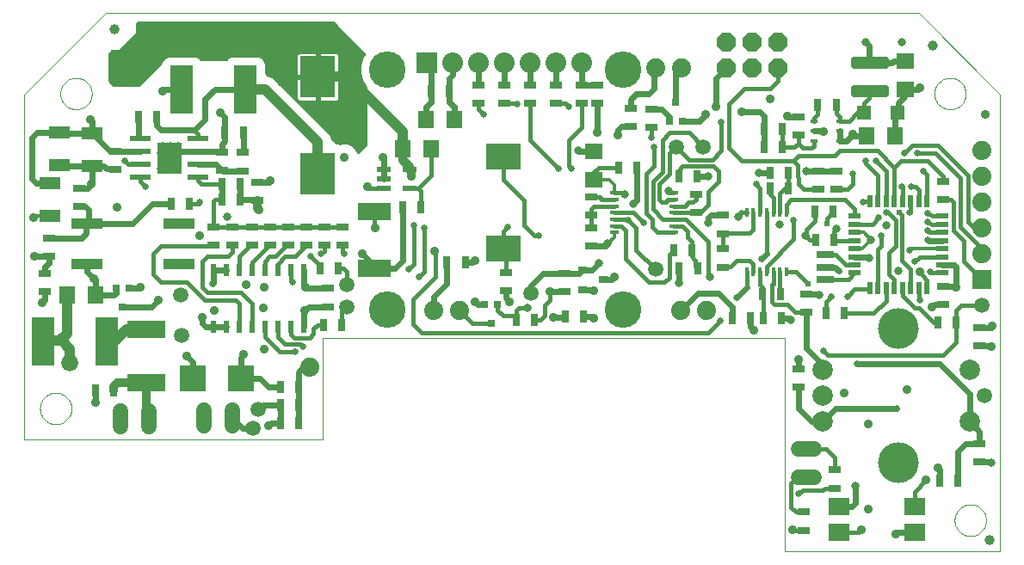
<source format=gtl>
G75*
G70*
%OFA0B0*%
%FSLAX24Y24*%
%IPPOS*%
%LPD*%
%AMOC8*
5,1,8,0,0,1.08239X$1,22.5*
%
%ADD10C,0.0000*%
%ADD11C,0.0787*%
%ADD12C,0.1575*%
%ADD13R,0.0520X0.0220*%
%ADD14R,0.0472X0.0315*%
%ADD15R,0.0315X0.0472*%
%ADD16R,0.1260X0.0709*%
%ADD17R,0.0800X0.0800*%
%ADD18C,0.0800*%
%ADD19C,0.1417*%
%ADD20R,0.0630X0.0709*%
%ADD21R,0.1220X0.0394*%
%ADD22R,0.0669X0.0276*%
%ADD23R,0.0500X0.0220*%
%ADD24R,0.0220X0.0500*%
%ADD25R,0.0236X0.0472*%
%ADD26R,0.0315X0.0177*%
%ADD27R,0.0846X0.0197*%
%ADD28R,0.0945X0.1220*%
%ADD29C,0.0246*%
%ADD30R,0.1378X0.1614*%
%ADD31R,0.0550X0.0550*%
%ADD32R,0.0709X0.0630*%
%ADD33R,0.0354X0.0315*%
%ADD34R,0.0787X0.0472*%
%ADD35R,0.0900X0.1890*%
%ADD36R,0.1000X0.1000*%
%ADD37R,0.0276X0.0276*%
%ADD38R,0.1457X0.0709*%
%ADD39C,0.0600*%
%ADD40C,0.0394*%
%ADD41C,0.0591*%
%ADD42C,0.0740*%
%ADD43R,0.0740X0.0740*%
%ADD44R,0.0354X0.0138*%
%ADD45R,0.0138X0.0354*%
%ADD46R,0.0787X0.0701*%
%ADD47OC8,0.0740*%
%ADD48R,0.1339X0.1024*%
%ADD49C,0.0240*%
%ADD50C,0.0360*%
%ADD51C,0.0120*%
%ADD52C,0.0320*%
%ADD53C,0.0250*%
%ADD54C,0.0160*%
%ADD55C,0.0240*%
%ADD56C,0.0660*%
%ADD57C,0.0400*%
%ADD58C,0.0200*%
%ADD59C,0.0320*%
%ADD60C,0.0100*%
D10*
X000180Y005173D02*
X011735Y005173D01*
X011735Y009110D01*
X029633Y009110D01*
X029633Y000843D01*
X037975Y000843D01*
X037975Y018559D01*
X034827Y021708D01*
X003329Y021708D01*
X000180Y018559D01*
X000180Y005173D01*
X000783Y006386D02*
X000785Y006435D01*
X000791Y006484D01*
X000801Y006532D01*
X000814Y006579D01*
X000832Y006625D01*
X000853Y006669D01*
X000877Y006712D01*
X000905Y006752D01*
X000936Y006791D01*
X000970Y006826D01*
X001007Y006859D01*
X001046Y006888D01*
X001088Y006914D01*
X001131Y006937D01*
X001177Y006956D01*
X001223Y006972D01*
X001271Y006984D01*
X001319Y006992D01*
X001368Y006996D01*
X001418Y006996D01*
X001467Y006992D01*
X001515Y006984D01*
X001563Y006972D01*
X001609Y006956D01*
X001655Y006937D01*
X001698Y006914D01*
X001740Y006888D01*
X001779Y006859D01*
X001816Y006826D01*
X001850Y006791D01*
X001881Y006752D01*
X001909Y006712D01*
X001933Y006669D01*
X001954Y006625D01*
X001972Y006579D01*
X001985Y006532D01*
X001995Y006484D01*
X002001Y006435D01*
X002003Y006386D01*
X002001Y006337D01*
X001995Y006288D01*
X001985Y006240D01*
X001972Y006193D01*
X001954Y006147D01*
X001933Y006103D01*
X001909Y006060D01*
X001881Y006020D01*
X001850Y005981D01*
X001816Y005946D01*
X001779Y005913D01*
X001740Y005884D01*
X001698Y005858D01*
X001655Y005835D01*
X001609Y005816D01*
X001563Y005800D01*
X001515Y005788D01*
X001467Y005780D01*
X001418Y005776D01*
X001368Y005776D01*
X001319Y005780D01*
X001271Y005788D01*
X001223Y005800D01*
X001177Y005816D01*
X001131Y005835D01*
X001088Y005858D01*
X001046Y005884D01*
X001007Y005913D01*
X000970Y005946D01*
X000936Y005981D01*
X000905Y006020D01*
X000877Y006060D01*
X000853Y006103D01*
X000832Y006147D01*
X000814Y006193D01*
X000801Y006240D01*
X000791Y006288D01*
X000785Y006337D01*
X000783Y006386D01*
X001570Y018591D02*
X001572Y018640D01*
X001578Y018689D01*
X001588Y018737D01*
X001601Y018784D01*
X001619Y018830D01*
X001640Y018874D01*
X001664Y018917D01*
X001692Y018957D01*
X001723Y018996D01*
X001757Y019031D01*
X001794Y019064D01*
X001833Y019093D01*
X001875Y019119D01*
X001918Y019142D01*
X001964Y019161D01*
X002010Y019177D01*
X002058Y019189D01*
X002106Y019197D01*
X002155Y019201D01*
X002205Y019201D01*
X002254Y019197D01*
X002302Y019189D01*
X002350Y019177D01*
X002396Y019161D01*
X002442Y019142D01*
X002485Y019119D01*
X002527Y019093D01*
X002566Y019064D01*
X002603Y019031D01*
X002637Y018996D01*
X002668Y018957D01*
X002696Y018917D01*
X002720Y018874D01*
X002741Y018830D01*
X002759Y018784D01*
X002772Y018737D01*
X002782Y018689D01*
X002788Y018640D01*
X002790Y018591D01*
X002788Y018542D01*
X002782Y018493D01*
X002772Y018445D01*
X002759Y018398D01*
X002741Y018352D01*
X002720Y018308D01*
X002696Y018265D01*
X002668Y018225D01*
X002637Y018186D01*
X002603Y018151D01*
X002566Y018118D01*
X002527Y018089D01*
X002485Y018063D01*
X002442Y018040D01*
X002396Y018021D01*
X002350Y018005D01*
X002302Y017993D01*
X002254Y017985D01*
X002205Y017981D01*
X002155Y017981D01*
X002106Y017985D01*
X002058Y017993D01*
X002010Y018005D01*
X001964Y018021D01*
X001918Y018040D01*
X001875Y018063D01*
X001833Y018089D01*
X001794Y018118D01*
X001757Y018151D01*
X001723Y018186D01*
X001692Y018225D01*
X001664Y018265D01*
X001640Y018308D01*
X001619Y018352D01*
X001601Y018398D01*
X001588Y018445D01*
X001578Y018493D01*
X001572Y018542D01*
X001570Y018591D01*
X035428Y018591D02*
X035430Y018640D01*
X035436Y018689D01*
X035446Y018737D01*
X035459Y018784D01*
X035477Y018830D01*
X035498Y018874D01*
X035522Y018917D01*
X035550Y018957D01*
X035581Y018996D01*
X035615Y019031D01*
X035652Y019064D01*
X035691Y019093D01*
X035733Y019119D01*
X035776Y019142D01*
X035822Y019161D01*
X035868Y019177D01*
X035916Y019189D01*
X035964Y019197D01*
X036013Y019201D01*
X036063Y019201D01*
X036112Y019197D01*
X036160Y019189D01*
X036208Y019177D01*
X036254Y019161D01*
X036300Y019142D01*
X036343Y019119D01*
X036385Y019093D01*
X036424Y019064D01*
X036461Y019031D01*
X036495Y018996D01*
X036526Y018957D01*
X036554Y018917D01*
X036578Y018874D01*
X036599Y018830D01*
X036617Y018784D01*
X036630Y018737D01*
X036640Y018689D01*
X036646Y018640D01*
X036648Y018591D01*
X036646Y018542D01*
X036640Y018493D01*
X036630Y018445D01*
X036617Y018398D01*
X036599Y018352D01*
X036578Y018308D01*
X036554Y018265D01*
X036526Y018225D01*
X036495Y018186D01*
X036461Y018151D01*
X036424Y018118D01*
X036385Y018089D01*
X036343Y018063D01*
X036300Y018040D01*
X036254Y018021D01*
X036208Y018005D01*
X036160Y017993D01*
X036112Y017985D01*
X036063Y017981D01*
X036013Y017981D01*
X035964Y017985D01*
X035916Y017993D01*
X035868Y018005D01*
X035822Y018021D01*
X035776Y018040D01*
X035733Y018063D01*
X035691Y018089D01*
X035652Y018118D01*
X035615Y018151D01*
X035581Y018186D01*
X035550Y018225D01*
X035522Y018265D01*
X035498Y018308D01*
X035477Y018352D01*
X035459Y018398D01*
X035446Y018445D01*
X035436Y018493D01*
X035430Y018542D01*
X035428Y018591D01*
X036216Y002055D02*
X036218Y002104D01*
X036224Y002153D01*
X036234Y002201D01*
X036247Y002248D01*
X036265Y002294D01*
X036286Y002338D01*
X036310Y002381D01*
X036338Y002421D01*
X036369Y002460D01*
X036403Y002495D01*
X036440Y002528D01*
X036479Y002557D01*
X036521Y002583D01*
X036564Y002606D01*
X036610Y002625D01*
X036656Y002641D01*
X036704Y002653D01*
X036752Y002661D01*
X036801Y002665D01*
X036851Y002665D01*
X036900Y002661D01*
X036948Y002653D01*
X036996Y002641D01*
X037042Y002625D01*
X037088Y002606D01*
X037131Y002583D01*
X037173Y002557D01*
X037212Y002528D01*
X037249Y002495D01*
X037283Y002460D01*
X037314Y002421D01*
X037342Y002381D01*
X037366Y002338D01*
X037387Y002294D01*
X037405Y002248D01*
X037418Y002201D01*
X037428Y002153D01*
X037434Y002104D01*
X037436Y002055D01*
X037434Y002006D01*
X037428Y001957D01*
X037418Y001909D01*
X037405Y001862D01*
X037387Y001816D01*
X037366Y001772D01*
X037342Y001729D01*
X037314Y001689D01*
X037283Y001650D01*
X037249Y001615D01*
X037212Y001582D01*
X037173Y001553D01*
X037131Y001527D01*
X037088Y001504D01*
X037042Y001485D01*
X036996Y001469D01*
X036948Y001457D01*
X036900Y001449D01*
X036851Y001445D01*
X036801Y001445D01*
X036752Y001449D01*
X036704Y001457D01*
X036656Y001469D01*
X036610Y001485D01*
X036564Y001504D01*
X036521Y001527D01*
X036479Y001553D01*
X036440Y001582D01*
X036403Y001615D01*
X036369Y001650D01*
X036338Y001689D01*
X036310Y001729D01*
X036286Y001772D01*
X036265Y001816D01*
X036247Y001862D01*
X036234Y001909D01*
X036224Y001957D01*
X036218Y002006D01*
X036216Y002055D01*
D11*
X036788Y005874D03*
X036788Y007874D03*
X031088Y007874D03*
X031088Y006874D03*
X031088Y005874D03*
D12*
X034038Y004274D03*
X034038Y009474D03*
D13*
X015110Y014923D03*
X015110Y015663D03*
X014110Y015663D03*
X014110Y015293D03*
X014110Y014923D03*
D14*
X012505Y013423D03*
X011805Y013423D03*
X011105Y013423D03*
X010405Y013423D03*
X009705Y013423D03*
X009005Y013423D03*
X008245Y013418D03*
X007515Y013418D03*
X007515Y012709D03*
X008245Y012709D03*
X009005Y012714D03*
X009705Y012714D03*
X010405Y012714D03*
X011105Y012714D03*
X011805Y012714D03*
X012505Y012714D03*
X011930Y011043D03*
X011930Y010334D03*
X018840Y010959D03*
X018840Y011668D03*
X021100Y011627D03*
X021100Y010919D03*
X022135Y012689D03*
X022135Y013398D03*
X022135Y013889D03*
X022135Y014598D03*
X026210Y014683D03*
X026210Y013974D03*
X027230Y013878D03*
X027230Y013169D03*
X027230Y012578D03*
X027230Y011869D03*
X030480Y010828D03*
X030480Y010119D03*
X030180Y007928D03*
X030180Y007219D03*
X031580Y004008D03*
X031580Y003299D03*
X030380Y002378D03*
X030380Y001669D03*
X037180Y004319D03*
X037180Y005028D03*
X037180Y008819D03*
X037180Y009528D03*
X035780Y010419D03*
X035780Y011128D03*
X035765Y014484D03*
X035765Y015193D03*
X031635Y014889D03*
X030935Y014889D03*
X030935Y015598D03*
X031635Y015598D03*
X030165Y016984D03*
X030165Y017693D03*
X024460Y017993D03*
X023665Y018018D03*
X023665Y017309D03*
X024460Y017284D03*
X022380Y018219D03*
X021780Y018219D03*
X021780Y018928D03*
X022380Y018928D03*
X020780Y018928D03*
X020780Y018219D03*
X019780Y018219D03*
X018780Y018219D03*
X018780Y018928D03*
X019780Y018928D03*
X017780Y018928D03*
X017780Y018219D03*
X009210Y015168D03*
X008635Y015599D03*
X007835Y015624D03*
X007835Y016333D03*
X008635Y016308D03*
X009210Y014459D03*
X003710Y015650D03*
X003710Y016358D03*
X002300Y014923D03*
X002300Y014214D03*
X001135Y012998D03*
X001135Y012289D03*
X000980Y011628D03*
X000980Y010919D03*
D15*
X005856Y014328D03*
X006564Y014328D03*
X007826Y014494D03*
X007836Y015103D03*
X008544Y015103D03*
X008535Y014494D03*
X008659Y017073D03*
X007951Y017073D03*
X005310Y017684D03*
X004602Y017684D03*
X014826Y014173D03*
X015534Y014173D03*
X016546Y012053D03*
X017254Y012053D03*
X021126Y009956D03*
X021835Y009956D03*
X019934Y009823D03*
X019226Y009823D03*
X025551Y011823D03*
X026259Y011823D03*
X026034Y012518D03*
X025326Y012518D03*
X028776Y010823D03*
X029484Y010823D03*
X029504Y009903D03*
X028796Y009903D03*
X028294Y009893D03*
X027586Y009893D03*
X031226Y010073D03*
X031934Y010073D03*
X035576Y009723D03*
X036284Y009723D03*
X031534Y012933D03*
X030826Y012933D03*
X030806Y014013D03*
X031514Y014013D03*
X029784Y014923D03*
X029076Y014923D03*
X029076Y015523D03*
X029784Y015523D03*
X029549Y016508D03*
X028841Y016508D03*
X028841Y017208D03*
X029549Y017208D03*
X030911Y018138D03*
X031619Y018138D03*
X026234Y015373D03*
X025526Y015373D03*
X023904Y015718D03*
X023196Y015718D03*
X016634Y018673D03*
X015926Y018673D03*
X012334Y011823D03*
X011626Y011823D03*
X011776Y009623D03*
X012484Y009623D03*
X010794Y007223D03*
X010086Y007223D03*
X010086Y006523D03*
X010794Y006523D03*
X010794Y005823D03*
X010086Y005823D03*
X003634Y007073D03*
X002926Y007073D03*
X035626Y003573D03*
X036334Y003573D03*
D16*
X013730Y011816D03*
X013730Y014021D03*
D17*
X015783Y019796D03*
D18*
X016783Y019796D03*
X017783Y019796D03*
X018783Y019796D03*
X019783Y019796D03*
X020783Y019796D03*
X021783Y019796D03*
D19*
X023374Y019536D03*
X014240Y019536D03*
X014240Y010206D03*
X023374Y010206D03*
D20*
X015936Y016458D03*
X014834Y016458D03*
X015729Y017573D03*
X016831Y017573D03*
X002931Y010773D03*
X001829Y010773D03*
X032814Y016938D03*
X033916Y016938D03*
D21*
X006152Y013561D03*
X006152Y011986D03*
X002608Y011986D03*
X002608Y013561D03*
D22*
X031185Y012341D03*
X031185Y011868D03*
X031185Y011396D03*
D23*
X032345Y011641D03*
X032345Y011956D03*
X032345Y012271D03*
X032345Y012586D03*
X032345Y012901D03*
X032345Y013216D03*
X032345Y013531D03*
X032345Y013846D03*
X035725Y013846D03*
X035725Y013531D03*
X035725Y013216D03*
X035725Y012901D03*
X035725Y012586D03*
X035725Y012271D03*
X035725Y011956D03*
X035725Y011641D03*
D24*
X035137Y011053D03*
X034822Y011053D03*
X034507Y011053D03*
X034192Y011053D03*
X033878Y011053D03*
X033563Y011053D03*
X033248Y011053D03*
X032933Y011053D03*
X032933Y014433D03*
X033248Y014433D03*
X033563Y014433D03*
X033878Y014433D03*
X034192Y014433D03*
X034507Y014433D03*
X034822Y014433D03*
X035137Y014433D03*
D25*
X011005Y011771D03*
X010505Y011771D03*
X010005Y011771D03*
X009505Y011771D03*
X009005Y011771D03*
X008505Y011771D03*
X008005Y011771D03*
X007505Y011771D03*
X007505Y009566D03*
X008005Y009566D03*
X008505Y009566D03*
X009005Y009566D03*
X009505Y009566D03*
X010005Y009566D03*
X010505Y009566D03*
X011005Y009566D03*
D26*
X030763Y016764D03*
X030763Y017138D03*
X030763Y017512D03*
X031767Y017512D03*
X031767Y017138D03*
X031767Y016764D03*
D27*
X006917Y016848D03*
X006917Y016348D03*
X006917Y015848D03*
X006917Y015348D03*
X004653Y015348D03*
X004653Y015848D03*
X004653Y016348D03*
X004653Y016848D03*
D28*
X005785Y016098D03*
D29*
X032290Y018830D02*
X033540Y018830D01*
X033540Y018584D01*
X032290Y018584D01*
X032290Y018830D01*
X032290Y018829D02*
X033540Y018829D01*
X033540Y019933D02*
X032290Y019933D01*
X033540Y019933D02*
X033540Y019687D01*
X032290Y019687D01*
X032290Y019933D01*
X032290Y019932D02*
X033540Y019932D01*
D30*
X011545Y019239D03*
X011545Y015498D03*
D31*
X032715Y017838D03*
X034015Y017838D03*
D32*
X034295Y018757D03*
X034295Y019860D03*
X022250Y016370D03*
X022250Y015267D03*
D33*
X021787Y011749D03*
X022613Y011375D03*
X021787Y011001D03*
D34*
X002795Y015804D03*
X001550Y015824D03*
X001160Y015108D03*
X001160Y013849D03*
X001550Y017083D03*
X002795Y017063D03*
D35*
X006280Y018748D03*
X008720Y018748D03*
X003355Y009003D03*
X000915Y009003D03*
D36*
X006705Y007558D03*
X008555Y007558D03*
D37*
X003980Y010309D03*
X003724Y011038D03*
X004236Y011038D03*
X018004Y010418D03*
X018516Y010418D03*
X018260Y009689D03*
X025154Y017509D03*
X025666Y017509D03*
X025410Y018238D03*
D38*
X004895Y009442D03*
X004895Y007375D03*
D39*
X004995Y006293D02*
X004995Y005693D01*
X003895Y005693D02*
X003895Y006293D01*
X007140Y006308D02*
X007140Y005708D01*
X008240Y005708D02*
X008240Y006308D01*
X030180Y004823D02*
X030780Y004823D01*
X030780Y003723D02*
X030180Y003723D01*
D40*
X037580Y001273D03*
X035365Y020463D03*
X003680Y021073D03*
D41*
X007720Y020973D03*
X012680Y011173D03*
X012680Y010323D03*
X006230Y010773D03*
X006280Y009223D03*
X009220Y006338D03*
X009030Y005623D03*
X019800Y010863D03*
X024630Y011773D03*
X025430Y016523D03*
X026480Y016523D03*
X037280Y010373D03*
X037380Y006873D03*
D42*
X037280Y012373D03*
X037280Y013373D03*
X037280Y014373D03*
X037280Y015373D03*
X037280Y016373D03*
X026600Y010173D03*
X025600Y010173D03*
X017040Y010173D03*
X016040Y010173D03*
X011230Y007973D03*
X024645Y019603D03*
X025645Y019603D03*
D43*
X037280Y011373D03*
D44*
X025332Y013206D03*
X025332Y013462D03*
X025332Y013718D03*
X025332Y013973D03*
X025332Y014229D03*
X025332Y014485D03*
X025332Y014741D03*
X023028Y014741D03*
X023028Y014485D03*
X023028Y014229D03*
X023028Y013973D03*
X023028Y013718D03*
X023028Y013462D03*
X023028Y013206D03*
D45*
X028162Y013975D03*
X028418Y013975D03*
X028674Y013975D03*
X028930Y013975D03*
X029186Y013975D03*
X029442Y013975D03*
X029698Y013975D03*
X029698Y011672D03*
X029442Y011672D03*
X029186Y011672D03*
X028930Y011672D03*
X028674Y011672D03*
X028418Y011672D03*
X028162Y011672D03*
D46*
X031723Y002573D03*
X031723Y001573D03*
X034656Y001573D03*
X034656Y002573D03*
D47*
X029380Y019573D03*
X028380Y019573D03*
X027380Y019573D03*
X027380Y020573D03*
X028380Y020573D03*
X029380Y020573D03*
D48*
X018740Y016145D03*
X018740Y012602D03*
D49*
X017620Y012133D02*
X017540Y012053D01*
X017254Y012053D01*
X016546Y012053D02*
X016546Y011219D01*
X016040Y010713D01*
X016040Y010173D01*
X017736Y010418D02*
X018004Y010418D01*
X018840Y010673D02*
X018980Y010533D01*
X018840Y010673D02*
X018840Y010959D01*
X019800Y010863D02*
X019800Y011143D01*
X020284Y011627D01*
X021100Y011627D01*
X021665Y011627D01*
X021787Y011749D01*
X022176Y011749D01*
X022440Y012013D01*
X023030Y011473D02*
X022932Y011375D01*
X022613Y011375D01*
X022252Y011001D02*
X022220Y010953D01*
X022252Y011001D02*
X021787Y011001D01*
X021100Y010919D02*
X020555Y010919D01*
X020550Y010913D01*
X020680Y009923D02*
X021093Y009923D01*
X021126Y009956D01*
X021835Y009956D02*
X022147Y009956D01*
X022230Y009873D01*
X025520Y011243D02*
X025551Y011274D01*
X025551Y011823D01*
X026280Y010853D02*
X025600Y010173D01*
X026280Y010853D02*
X027060Y010853D01*
X027586Y010328D01*
X027586Y009893D01*
X028294Y009893D02*
X028294Y009539D01*
X028420Y009413D01*
X029504Y009903D02*
X029790Y009903D01*
X029880Y009813D01*
X030480Y010119D02*
X030480Y008713D01*
X031080Y008113D01*
X031080Y007883D01*
X030180Y007928D02*
X030180Y008273D01*
X030180Y007219D02*
X030180Y006373D01*
X030680Y005873D01*
X031087Y005873D01*
X031088Y005874D02*
X031587Y006373D01*
X033980Y006373D01*
X036334Y004728D02*
X036634Y005028D01*
X037180Y005028D01*
X037180Y005483D01*
X036788Y005874D01*
X036788Y006965D01*
X035620Y008133D01*
X032420Y008133D01*
X035330Y010323D02*
X035426Y010419D01*
X035780Y010419D01*
X035780Y011128D02*
X036134Y011128D01*
X036280Y011073D01*
X036280Y011873D01*
X036197Y011956D01*
X035725Y011956D01*
X035725Y012901D02*
X035203Y012901D01*
X035180Y012923D01*
X032910Y012223D02*
X032832Y012271D01*
X032345Y012271D01*
X031730Y011723D02*
X031575Y011868D01*
X031185Y011868D01*
X030926Y010828D02*
X030480Y010828D01*
X030926Y010828D02*
X030980Y010773D01*
X028930Y012403D02*
X028720Y012193D01*
X028162Y011096D02*
X027760Y010693D01*
X022780Y012773D02*
X022696Y012689D01*
X022135Y012689D01*
X023780Y014323D02*
X023904Y014448D01*
X023904Y015718D01*
X022250Y016370D02*
X021634Y016370D01*
X022380Y017073D02*
X022380Y018219D01*
X022380Y018928D02*
X021780Y018928D01*
X021780Y019793D01*
X020780Y019793D02*
X020780Y018928D01*
X019780Y018928D02*
X019780Y019793D01*
X018780Y019793D02*
X018780Y018928D01*
X017780Y018928D02*
X017780Y019793D01*
X016783Y019796D02*
X016783Y019327D01*
X016630Y019173D01*
X016630Y018678D01*
X016634Y018673D02*
X016634Y018269D01*
X016830Y018073D01*
X016830Y017575D01*
X015729Y017573D02*
X015729Y018072D01*
X015926Y018269D01*
X015926Y018673D01*
X015926Y019654D01*
X015783Y019796D01*
X014110Y016093D02*
X014110Y015663D01*
X014110Y015293D01*
X014826Y014173D02*
X014826Y012119D01*
X014523Y011816D01*
X013730Y011816D01*
X013730Y011923D02*
X013280Y012373D01*
X011930Y011043D02*
X011111Y011043D01*
X011080Y011073D02*
X011005Y011148D01*
X011005Y011771D01*
X011191Y010334D02*
X011030Y010173D01*
X011005Y010148D01*
X011005Y009566D01*
X011191Y010334D02*
X011930Y010334D01*
X008680Y008473D02*
X008555Y008348D01*
X008555Y007558D01*
X009295Y007558D01*
X009630Y007223D01*
X010086Y007223D01*
X010794Y007223D02*
X010794Y007788D01*
X010980Y007973D01*
X011230Y007973D01*
X010794Y007223D02*
X010794Y006523D01*
X010794Y005823D01*
X010086Y005823D02*
X010086Y006523D01*
X009435Y006523D01*
X009220Y006338D01*
X009730Y005823D02*
X009630Y005723D01*
X009730Y005823D02*
X010086Y005823D01*
X009030Y005623D02*
X008625Y005623D01*
X008240Y006008D01*
X006705Y007558D02*
X006705Y008198D01*
X006480Y008423D01*
X007187Y009566D02*
X007080Y009673D01*
X007080Y009923D01*
X007187Y009566D02*
X007505Y009566D01*
X008005Y009566D01*
X005380Y010573D02*
X005116Y010309D01*
X003980Y010309D01*
X003630Y010773D02*
X002931Y010773D01*
X002931Y011372D01*
X002880Y011423D01*
X002608Y011695D01*
X002608Y011986D01*
X003724Y011038D02*
X003724Y010868D01*
X003630Y010773D01*
X004236Y011038D02*
X004644Y011038D01*
X004680Y011073D01*
X007480Y011223D02*
X007505Y011248D01*
X007505Y011771D01*
X008005Y011771D01*
X005135Y014328D02*
X004367Y013561D01*
X002608Y013561D01*
X002580Y013533D02*
X002580Y013173D01*
X002404Y012998D01*
X001135Y012998D01*
X001135Y012289D02*
X000596Y012289D01*
X001130Y012284D02*
X001130Y012023D01*
X000980Y011873D01*
X000980Y011628D01*
X000980Y010919D02*
X000980Y010573D01*
X000880Y010473D01*
X002680Y013633D02*
X002680Y014073D01*
X002539Y014214D01*
X002300Y014214D01*
X002300Y014923D02*
X002629Y014923D01*
X002780Y015073D01*
X002795Y015088D02*
X002795Y015804D01*
X003250Y015804D01*
X003380Y015673D01*
X003687Y015673D01*
X002795Y015804D02*
X001570Y015804D01*
X000645Y015108D02*
X000480Y015273D01*
X000480Y016873D01*
X000680Y017073D01*
X001540Y017073D01*
X001570Y017063D02*
X002795Y017063D01*
X003500Y016358D01*
X003710Y016358D01*
X003720Y016348D02*
X004653Y016348D01*
X004602Y016900D02*
X004602Y017684D01*
X005310Y017684D02*
X005310Y017343D01*
X005480Y017173D01*
X006780Y017173D01*
X007180Y017573D01*
X007180Y018373D01*
X007555Y018748D01*
X008720Y018748D01*
X007780Y017853D02*
X007951Y017683D01*
X007951Y017073D01*
X007951Y016744D01*
X007830Y016623D01*
X007830Y016338D01*
X007819Y016348D02*
X006917Y016348D01*
X006035Y016348D01*
X006917Y015848D02*
X007611Y015848D01*
X007835Y015624D01*
X007860Y015599D02*
X008635Y015599D01*
X009210Y015168D02*
X009654Y015168D01*
X009710Y015223D01*
X009175Y014494D02*
X008535Y014494D01*
X008544Y014504D02*
X008544Y015103D01*
X007836Y015103D02*
X007836Y014504D01*
X005856Y014328D02*
X005135Y014328D01*
X008635Y016308D02*
X008659Y016332D01*
X008659Y017073D01*
X006280Y018748D02*
X005625Y018748D01*
X005550Y018673D01*
X002795Y017508D02*
X002730Y017573D01*
X002795Y017508D02*
X002795Y017063D01*
X001160Y015108D02*
X000645Y015108D01*
X002926Y007073D02*
X002926Y006628D01*
X023180Y016973D02*
X023180Y017173D01*
X023316Y017309D01*
X023665Y017309D01*
X023665Y018018D02*
X023665Y018358D01*
X023880Y018573D01*
X024380Y018573D01*
X024580Y018773D01*
X024580Y019538D01*
X024645Y019603D01*
X025410Y019368D02*
X025645Y019603D01*
X025410Y019368D02*
X025410Y018238D01*
X025154Y017699D02*
X024861Y017993D01*
X024460Y017993D01*
X025154Y017699D02*
X025154Y017509D01*
X025666Y017509D02*
X026344Y017509D01*
X026580Y017773D01*
X026980Y018073D02*
X026980Y019173D01*
X027380Y019573D01*
X027980Y017873D02*
X028680Y017873D01*
X028841Y017713D01*
X028841Y017208D01*
X028841Y016508D01*
X030480Y015573D02*
X030504Y015598D01*
X030935Y015598D01*
X031635Y015598D01*
X031767Y016764D02*
X032021Y016764D01*
X032280Y017023D01*
X032346Y016957D01*
X032714Y016957D01*
X032814Y016938D01*
X031767Y016764D02*
X031767Y017138D01*
X031115Y017138D02*
X030763Y017138D01*
X030165Y017693D02*
X029761Y017693D01*
X029730Y017723D01*
X029076Y015523D02*
X028630Y015523D01*
X026680Y015373D02*
X026234Y015373D01*
X026784Y013878D02*
X026680Y013773D01*
X026680Y013603D01*
X026784Y013878D02*
X027230Y013878D01*
X033916Y016938D02*
X033916Y017740D01*
X034030Y017853D02*
X034030Y018223D01*
X034280Y018473D01*
X034280Y018742D01*
X034295Y018757D02*
X034814Y018757D01*
X034880Y018823D01*
X034295Y019860D02*
X033866Y019860D01*
X033780Y019773D01*
X032951Y019773D01*
X032915Y019810D02*
X032915Y020438D01*
X032780Y020573D01*
X037180Y009528D02*
X037634Y009528D01*
X037680Y009573D01*
X037584Y008819D02*
X037180Y008819D01*
X037584Y008819D02*
X037630Y008773D01*
X036334Y004728D02*
X036334Y003573D01*
X035626Y003573D02*
X035626Y004028D01*
X035580Y004073D01*
X037180Y004319D02*
X037584Y004319D01*
X037630Y004273D01*
X034656Y001573D02*
X033970Y001573D01*
X033920Y001523D01*
X032380Y002733D02*
X032220Y002573D01*
X031723Y002573D01*
X032380Y002733D02*
X032380Y003373D01*
D50*
X032880Y002493D03*
X032600Y001673D03*
X033920Y001523D03*
X035100Y003613D03*
X035580Y004073D03*
X032880Y005773D03*
X031930Y006973D03*
X030180Y008273D03*
X028420Y009413D03*
X023030Y011473D03*
X022220Y010953D03*
X022230Y009873D03*
X020680Y009923D03*
X020550Y010913D03*
X018980Y010533D03*
X017620Y010533D03*
X017620Y012133D03*
X016080Y012473D03*
X013780Y013373D03*
X013280Y012373D03*
X011080Y011073D03*
X011030Y010173D03*
X009430Y010273D03*
X009480Y011073D03*
X008780Y011173D03*
X007530Y010173D03*
X007080Y009923D03*
X005380Y010573D03*
X004680Y011073D03*
X002880Y011423D03*
X000880Y010473D03*
X000580Y012273D03*
X000530Y013773D03*
X002780Y015073D03*
X003780Y014193D03*
X006980Y013073D03*
X009280Y014073D03*
X009710Y015223D03*
X012580Y016123D03*
X014080Y016123D03*
X015180Y015373D03*
X013480Y014973D03*
X007780Y017853D03*
X005550Y018673D03*
X002730Y017573D03*
X009480Y008673D03*
X008680Y008473D03*
X006480Y008423D03*
X002930Y006623D03*
X009630Y005723D03*
X022380Y017073D03*
X023180Y016973D03*
X026580Y017773D03*
X026980Y018073D03*
X027980Y017873D03*
X029080Y018373D03*
X029730Y017723D03*
X031130Y017123D03*
X032280Y017023D03*
X034880Y018823D03*
X037410Y017773D03*
X034880Y011673D03*
X036280Y011073D03*
X035330Y010323D03*
X037680Y009573D03*
X037630Y008773D03*
X034380Y007123D03*
X029920Y001673D03*
D51*
X011111Y011043D02*
X011080Y011073D01*
X003710Y015650D02*
X003687Y015673D01*
X003720Y016348D02*
X003710Y016358D01*
X001570Y015804D02*
X001550Y015824D01*
X002780Y015073D02*
X002795Y015088D01*
X001160Y013849D02*
X000605Y013849D01*
X000530Y013773D01*
X000596Y012289D02*
X000580Y012273D01*
X001130Y012284D02*
X001135Y012289D01*
X005785Y016098D02*
X006035Y016348D01*
X007819Y016348D02*
X007835Y016333D01*
X007830Y016338D01*
X014080Y016123D02*
X014110Y016093D01*
X016830Y017575D02*
X016831Y017573D01*
X016634Y018673D02*
X016630Y018678D01*
X021630Y016373D02*
X021634Y016370D01*
X023180Y016873D02*
X023180Y016973D01*
X022820Y015253D02*
X022264Y015253D01*
X022250Y015267D01*
X022820Y015253D02*
X023028Y015045D01*
X023028Y014741D01*
X023028Y013206D02*
X023028Y013022D01*
X022780Y012773D01*
X022812Y012805D01*
X031115Y017138D02*
X031130Y017123D01*
X032779Y016973D02*
X032814Y016938D01*
X034015Y017838D02*
X034030Y017853D01*
X032951Y019773D02*
X032915Y019810D01*
X032688Y013216D02*
X032345Y013216D01*
X032688Y013216D02*
X032980Y012923D01*
X032643Y012586D01*
X032345Y012586D01*
X034480Y012523D02*
X034543Y012586D01*
X035725Y012586D01*
X002930Y006623D02*
X002926Y006628D01*
X001570Y017063D02*
X001550Y017083D01*
X001540Y017073D01*
D52*
X003940Y019213D03*
X004320Y019173D03*
X004760Y019373D03*
X005080Y019613D03*
X004240Y020333D03*
X003960Y020013D03*
X003960Y019633D03*
X004580Y020693D03*
X004820Y020913D03*
X005080Y021133D03*
X005420Y021133D03*
X005940Y021153D03*
X006400Y021173D03*
X006900Y021193D03*
X008380Y021153D03*
X008700Y021173D03*
X009080Y021193D03*
X009460Y021193D03*
X009820Y021193D03*
X010060Y020993D03*
X010300Y020773D03*
X010200Y020433D03*
X009900Y020273D03*
X010160Y019993D03*
X010460Y020113D03*
X010440Y019793D03*
X010140Y019653D03*
X010120Y019333D03*
X010420Y019473D03*
X010400Y019133D03*
X010120Y019033D03*
X010380Y018813D03*
X011180Y018033D03*
X011500Y018033D03*
X011820Y018033D03*
X012120Y018113D03*
X012380Y017933D03*
X012760Y018073D03*
X012460Y018233D03*
X012660Y018513D03*
X012960Y018373D03*
X012980Y018733D03*
X012680Y018853D03*
X012700Y019193D03*
X013020Y019073D03*
X013040Y019453D03*
X012720Y019513D03*
X012940Y019793D03*
X012620Y019893D03*
X012580Y020253D03*
X012300Y020453D03*
X012160Y020753D03*
X011960Y020473D03*
X011620Y020473D03*
X011280Y020473D03*
X010940Y020473D03*
X010600Y020473D03*
X010660Y020813D03*
X011020Y020813D03*
X011380Y020813D03*
X011780Y020793D03*
X011560Y021213D03*
X012140Y021153D03*
X012640Y020613D03*
X012980Y020213D03*
X010980Y021213D03*
X010440Y021173D03*
X009920Y020673D03*
X008030Y013823D03*
X019670Y010273D03*
X022440Y012013D03*
X022780Y012773D03*
X023780Y014323D03*
X023440Y014693D03*
X025130Y014823D03*
X026680Y015373D03*
X028630Y015523D03*
X030480Y015573D03*
X027830Y013823D03*
X026680Y013603D03*
X029430Y013513D03*
X030430Y013103D03*
X031640Y013353D03*
X032980Y012923D03*
X032910Y012223D03*
X034030Y011723D03*
X033580Y013473D03*
X030980Y010773D03*
X029880Y009813D03*
X026740Y011493D03*
X025520Y011243D03*
X021630Y016373D03*
X032780Y020573D03*
X034180Y020573D03*
X037630Y004273D03*
X032380Y003373D03*
D53*
X030180Y003073D03*
X033980Y006373D03*
X032420Y008133D03*
X031140Y008613D03*
X031420Y010713D03*
X032060Y010733D03*
X031730Y011723D03*
X033380Y013073D03*
X033280Y013773D03*
X033580Y013973D03*
X032660Y014373D03*
X034180Y014973D03*
X034530Y014973D03*
X035000Y015593D03*
X034780Y016273D03*
X034280Y016273D03*
X033180Y015973D03*
X032780Y015973D03*
X032260Y015473D03*
X034480Y013973D03*
X035180Y013953D03*
X035180Y013613D03*
X035180Y013273D03*
X035180Y012923D03*
X034480Y012523D03*
X034680Y012073D03*
X035280Y011673D03*
X034880Y010573D03*
X029980Y013673D03*
X028520Y015093D03*
X024580Y016513D03*
X024480Y016873D03*
X027180Y017473D03*
X021280Y018073D03*
X019280Y018173D03*
X017980Y017773D03*
X020880Y015673D03*
X021380Y015673D03*
X023580Y013673D03*
X024180Y013573D03*
X020100Y013093D03*
X018900Y013413D03*
X015680Y013373D03*
X015280Y013473D03*
X015080Y011773D03*
X015480Y011473D03*
X012580Y012373D03*
X011680Y012373D03*
X011280Y012273D03*
X010580Y011273D03*
X007480Y011223D03*
X010980Y008773D03*
X010680Y008573D03*
X006980Y014373D03*
X006030Y015673D03*
X005730Y015673D03*
X005430Y015673D03*
X005530Y015973D03*
X005830Y015973D03*
X006130Y015973D03*
X006030Y016273D03*
X005730Y016273D03*
X005430Y016273D03*
X005530Y016573D03*
X005830Y016573D03*
X006130Y016573D03*
X004080Y015973D03*
X004880Y014973D03*
X027140Y009773D03*
X027760Y010693D03*
X028720Y012193D03*
D54*
X028930Y012403D02*
X028930Y013975D01*
X028674Y013975D02*
X028674Y014928D01*
X028520Y015093D01*
X029076Y014923D02*
X029080Y014919D01*
X029080Y014673D01*
X029186Y014568D01*
X029186Y013975D01*
X029442Y013975D02*
X029442Y014735D01*
X029630Y014923D01*
X029784Y014923D01*
X029784Y015523D01*
X030140Y015373D02*
X030140Y015813D01*
X029980Y015973D01*
X030180Y016173D01*
X031580Y016173D01*
X031780Y016373D01*
X033230Y016373D01*
X033880Y015723D01*
X034130Y015973D01*
X035180Y015973D01*
X035765Y015388D01*
X035765Y015193D01*
X035137Y015456D02*
X035000Y015593D01*
X035137Y015456D02*
X035137Y014433D01*
X034822Y014433D02*
X034822Y014851D01*
X034700Y014973D01*
X034530Y014973D01*
X034192Y014961D02*
X034180Y014973D01*
X034192Y014961D02*
X034192Y014433D01*
X033880Y014436D02*
X033880Y015723D01*
X033563Y015591D02*
X033563Y014433D01*
X033878Y014433D02*
X033880Y014436D01*
X033248Y014433D02*
X033248Y015426D01*
X032780Y015893D01*
X032780Y015973D01*
X033180Y015973D02*
X033563Y015591D01*
X034280Y016273D02*
X034580Y016573D01*
X035580Y016573D01*
X036730Y015423D01*
X036730Y013623D01*
X036980Y013373D01*
X037280Y013373D01*
X037280Y012573D02*
X036430Y013423D01*
X036430Y015323D01*
X035480Y016273D01*
X034780Y016273D01*
X033916Y017740D02*
X034015Y017838D01*
X032915Y018408D02*
X032915Y018707D01*
X032915Y018408D02*
X032715Y018208D01*
X032715Y017838D01*
X032445Y017838D01*
X032119Y017512D01*
X031767Y017512D01*
X031767Y017686D01*
X031619Y017834D01*
X031619Y018138D01*
X030911Y018138D02*
X030911Y017804D01*
X030763Y017656D01*
X030763Y017512D01*
X030165Y016984D02*
X030165Y016658D01*
X030350Y016473D01*
X030680Y016473D01*
X030763Y016556D01*
X030763Y016764D01*
X030165Y016658D02*
X030015Y016508D01*
X029549Y016508D01*
X029549Y017208D01*
X029980Y015973D02*
X027980Y015973D01*
X027480Y016473D01*
X027480Y018173D01*
X028080Y018773D01*
X029080Y018773D01*
X029380Y019073D01*
X029380Y019573D01*
X027180Y017473D02*
X027180Y016373D01*
X026840Y016033D01*
X025920Y016033D01*
X025430Y016523D01*
X025180Y016273D01*
X025180Y015473D01*
X024780Y015073D01*
X024780Y014493D01*
X024880Y014393D01*
X025020Y014393D01*
X025112Y014485D01*
X025332Y014485D01*
X025332Y014741D02*
X025212Y014741D01*
X025130Y014823D01*
X024520Y015173D02*
X024900Y015553D01*
X024900Y016793D01*
X025180Y017073D01*
X025930Y017073D01*
X026480Y016523D01*
X026880Y015773D02*
X025680Y015773D01*
X025526Y015619D01*
X025526Y015373D01*
X024520Y015173D02*
X024520Y014113D01*
X024916Y013718D01*
X025332Y013718D01*
X025796Y013718D01*
X026660Y012853D01*
X026660Y011653D01*
X026740Y011493D01*
X026259Y011823D02*
X026180Y011903D01*
X026180Y012133D01*
X026034Y012279D01*
X026034Y012518D01*
X026020Y012533D01*
X026020Y012853D01*
X025860Y013013D01*
X025860Y013253D01*
X025652Y013462D01*
X025332Y013462D01*
X025332Y013206D02*
X024708Y013206D01*
X024500Y013413D01*
X024500Y013733D01*
X024280Y013953D01*
X024280Y015473D01*
X024580Y015773D01*
X024580Y016513D01*
X024480Y016873D02*
X024460Y016893D01*
X024460Y017284D01*
X026880Y015773D02*
X027080Y015573D01*
X027080Y015173D01*
X026680Y014773D01*
X026680Y014273D01*
X026380Y013973D01*
X026209Y013973D01*
X026210Y013974D01*
X026209Y013973D02*
X025332Y013973D01*
X025332Y014229D02*
X025756Y014229D01*
X025900Y014373D01*
X026080Y014373D01*
X026210Y014503D01*
X026210Y014683D01*
X027982Y013975D02*
X028162Y013975D01*
X028418Y013975D02*
X028418Y013312D01*
X028280Y013173D01*
X027234Y013173D01*
X027230Y013169D01*
X027230Y012578D01*
X027780Y012133D02*
X027520Y011873D01*
X027234Y011873D01*
X027230Y011869D01*
X027780Y012133D02*
X028280Y012133D01*
X028418Y011995D01*
X028418Y011672D01*
X028162Y011672D02*
X028162Y011096D01*
X028674Y011179D02*
X028780Y011073D01*
X028780Y010828D01*
X028776Y010823D01*
X028796Y010803D01*
X028796Y009903D01*
X029230Y010423D02*
X029730Y010423D01*
X030030Y010123D01*
X030476Y010123D01*
X030480Y010119D01*
X031226Y010073D02*
X031226Y010519D01*
X031420Y010713D01*
X032060Y010733D02*
X032340Y011013D01*
X032893Y011013D01*
X032933Y011053D01*
X033248Y011053D02*
X033248Y012541D01*
X033380Y012673D01*
X033380Y013073D01*
X033037Y013531D02*
X033280Y013773D01*
X033037Y013531D02*
X032345Y013531D01*
X032345Y013846D02*
X032345Y014108D01*
X031980Y014473D01*
X029880Y014473D01*
X029700Y014293D01*
X029700Y013977D01*
X029698Y013975D01*
X029980Y013673D02*
X029980Y012953D01*
X028930Y011903D01*
X028930Y011672D01*
X028674Y011672D02*
X028674Y011179D01*
X029130Y011173D02*
X029130Y010523D01*
X029230Y010423D01*
X029484Y010823D02*
X029442Y010866D01*
X029442Y011672D01*
X029698Y011672D02*
X030082Y011672D01*
X030530Y011223D01*
X031185Y011396D02*
X032100Y011396D01*
X032345Y011641D01*
X032345Y011956D02*
X031997Y011956D01*
X031613Y012341D01*
X031185Y012341D01*
X031180Y011873D02*
X031185Y011868D01*
X031534Y012901D02*
X031534Y012933D01*
X031534Y013248D01*
X031640Y013353D01*
X031260Y013553D02*
X031260Y013759D01*
X031514Y014013D01*
X030806Y014013D02*
X030806Y013659D01*
X030480Y013333D01*
X030480Y013153D01*
X030430Y013103D01*
X030600Y012933D01*
X030826Y012933D01*
X031534Y012901D02*
X032345Y012901D01*
X033680Y012423D02*
X033930Y012673D01*
X033930Y013683D01*
X033640Y013973D01*
X033580Y013973D01*
X034070Y013983D02*
X034180Y013873D01*
X034180Y012123D01*
X034507Y011796D01*
X034507Y011053D01*
X034192Y011053D02*
X034192Y010761D01*
X034660Y010293D01*
X034820Y010293D01*
X035390Y009723D01*
X035576Y009723D01*
X036284Y009723D02*
X036284Y010178D01*
X036480Y010373D01*
X037280Y010373D01*
X036284Y009723D02*
X036284Y008958D01*
X035780Y008453D01*
X031300Y008453D01*
X031140Y008613D01*
X031080Y007883D02*
X031088Y007874D01*
X031088Y005874D02*
X031087Y005873D01*
X031250Y004823D02*
X030480Y004823D01*
X031250Y004823D02*
X031580Y004493D01*
X031580Y004008D01*
X031580Y003299D02*
X031186Y003299D01*
X031106Y003219D01*
X030326Y003219D01*
X030180Y003073D01*
X029880Y003473D02*
X030080Y003673D01*
X030430Y003673D01*
X030480Y003723D01*
X029880Y003473D02*
X029880Y002553D01*
X030056Y002378D01*
X030380Y002378D01*
X030380Y001669D02*
X029884Y001669D01*
X029920Y001673D01*
X031723Y001573D02*
X032500Y001573D01*
X032600Y001673D01*
X034656Y002573D02*
X034656Y003169D01*
X035100Y003613D01*
X027140Y009773D02*
X026680Y009313D01*
X015560Y009313D01*
X015220Y009653D01*
X015220Y010613D01*
X016100Y011493D01*
X016100Y012453D01*
X016080Y012473D01*
X015280Y011973D02*
X015080Y011773D01*
X015280Y011973D02*
X015280Y013473D01*
X015680Y013373D02*
X015680Y011673D01*
X015480Y011473D01*
X013730Y011816D02*
X013730Y011923D01*
X012680Y011673D02*
X012680Y011173D01*
X012680Y011673D02*
X012530Y011823D01*
X012334Y011823D01*
X011626Y011823D02*
X011626Y011928D01*
X011280Y012273D01*
X011680Y012373D02*
X011805Y012498D01*
X011805Y012714D01*
X011105Y012714D02*
X010664Y012273D01*
X010280Y012273D01*
X010005Y011998D01*
X010005Y011771D01*
X010505Y011771D02*
X010505Y011348D01*
X010580Y011273D01*
X009505Y011771D02*
X009505Y012098D01*
X009680Y012273D01*
X009904Y012273D01*
X010345Y012714D01*
X010405Y012714D01*
X009705Y012714D02*
X009680Y012689D01*
X009636Y012689D01*
X009005Y012058D01*
X009005Y011771D01*
X008505Y011771D02*
X008505Y012298D01*
X008921Y012714D01*
X009005Y012714D01*
X008980Y012689D01*
X008245Y012709D02*
X008245Y012438D01*
X008080Y012273D01*
X007280Y012273D01*
X007080Y012073D01*
X007080Y011073D01*
X007280Y010873D01*
X008580Y010873D01*
X009005Y010448D01*
X009005Y009566D01*
X008505Y009566D02*
X008505Y010448D01*
X008380Y010573D01*
X007180Y010573D01*
X006480Y011273D01*
X005480Y011273D01*
X005180Y011573D01*
X005180Y012373D01*
X005480Y012673D01*
X007479Y012673D01*
X007515Y012709D01*
X007515Y013418D02*
X008245Y013418D01*
X009000Y013418D01*
X009005Y013423D01*
X009705Y013423D01*
X010405Y013423D01*
X011105Y013423D01*
X011805Y013423D01*
X012505Y013423D01*
X012505Y012714D02*
X012505Y012448D01*
X012580Y012373D01*
X013730Y013423D02*
X013780Y013373D01*
X013730Y013423D02*
X013730Y014021D01*
X013530Y014923D02*
X013480Y014973D01*
X013530Y014923D02*
X014110Y014923D01*
X015110Y014923D02*
X015430Y014923D01*
X015936Y015430D01*
X015936Y016458D01*
X015110Y015743D02*
X015110Y015663D01*
X015430Y014923D02*
X015534Y014819D01*
X015534Y014173D01*
X018740Y013253D02*
X018740Y012602D01*
X018840Y012502D01*
X018840Y011668D01*
X020550Y010913D02*
X020550Y010593D01*
X020330Y010373D01*
X020330Y009973D01*
X020180Y009823D01*
X019934Y009823D01*
X019670Y010273D02*
X019330Y010273D01*
X019230Y010173D01*
X019230Y009973D01*
X019226Y009973D01*
X019226Y009823D01*
X019226Y009973D02*
X018740Y009973D01*
X018516Y010198D01*
X018516Y010418D01*
X017736Y010418D02*
X017620Y010533D01*
X017040Y010173D02*
X017524Y009689D01*
X018260Y009689D01*
X012680Y010323D02*
X012484Y010128D01*
X012484Y009623D01*
X011776Y009623D02*
X011530Y009623D01*
X011380Y009473D01*
X011380Y009273D01*
X011230Y009123D01*
X010630Y009123D01*
X010505Y009248D01*
X010505Y009566D01*
X010005Y009566D02*
X010005Y009148D01*
X010280Y008873D01*
X010880Y008873D01*
X010980Y008773D01*
X010680Y008573D02*
X010080Y008573D01*
X009505Y009148D01*
X009505Y009566D01*
X004895Y007375D02*
X004893Y007373D01*
X002580Y013533D02*
X002608Y013561D01*
X002680Y013633D01*
X004653Y015200D02*
X004880Y014973D01*
X004653Y015200D02*
X004653Y015348D01*
X004653Y015848D02*
X004205Y015848D01*
X004080Y015973D01*
X004653Y016848D02*
X004602Y016900D01*
X006780Y017173D02*
X006917Y017037D01*
X006917Y016848D01*
X007835Y015624D02*
X007860Y015599D01*
X007050Y015103D02*
X006917Y015237D01*
X006917Y015348D01*
X007050Y015103D02*
X007836Y015103D01*
X007836Y014504D02*
X007826Y014494D01*
X007805Y014473D01*
X007580Y014473D01*
X007515Y014408D01*
X007515Y013418D01*
X006935Y014328D02*
X006564Y014328D01*
X006935Y014328D02*
X006980Y014373D01*
X008535Y014494D02*
X008544Y014504D01*
X009175Y014494D02*
X009210Y014459D01*
X017780Y017973D02*
X017980Y017773D01*
X017780Y017973D02*
X017780Y018219D01*
X018780Y018219D02*
X019234Y018219D01*
X019280Y018173D01*
X019780Y018219D02*
X019780Y016773D01*
X020880Y015673D01*
X021280Y015773D02*
X021380Y015673D01*
X021280Y015773D02*
X021280Y016773D01*
X021780Y017273D01*
X021780Y018219D01*
X021280Y018073D02*
X021134Y018219D01*
X020780Y018219D01*
X020780Y019793D02*
X020783Y019796D01*
X021780Y019793D02*
X021783Y019796D01*
X019783Y019796D02*
X019780Y019793D01*
X018783Y019796D02*
X018780Y019793D01*
X017783Y019796D02*
X017780Y019793D01*
X018740Y016145D02*
X018740Y015253D01*
X019540Y014453D01*
X019540Y013493D01*
X019940Y013093D01*
X020100Y013093D01*
X018900Y013413D02*
X018740Y013253D01*
X022135Y013398D02*
X022135Y013889D01*
X022135Y014128D01*
X022236Y014229D01*
X023028Y014229D01*
X023028Y013973D02*
X023780Y013973D01*
X024180Y013573D01*
X023880Y013373D02*
X023880Y012523D01*
X024630Y011773D01*
X024980Y011273D02*
X025166Y011459D01*
X025166Y012358D01*
X025326Y012518D01*
X023880Y013373D02*
X023580Y013673D01*
X023536Y013718D01*
X023028Y013718D01*
X023028Y013462D02*
X023292Y013462D01*
X023480Y013273D01*
X023480Y012173D01*
X024380Y011273D01*
X024980Y011273D01*
X029130Y011173D02*
X029186Y011229D01*
X029186Y011672D01*
X031934Y010073D02*
X033080Y010073D01*
X033563Y010556D01*
X033563Y011053D01*
X033878Y011053D02*
X033878Y011376D01*
X033680Y011573D01*
X033680Y012423D01*
X034680Y012073D02*
X034878Y012271D01*
X035725Y012271D01*
X036580Y012073D02*
X036580Y012873D01*
X036180Y013273D01*
X036180Y014373D01*
X036069Y014484D01*
X035765Y014484D01*
X035725Y013846D02*
X035368Y013846D01*
X035180Y013953D01*
X035180Y013613D02*
X035343Y013531D01*
X035725Y013531D01*
X035725Y013216D02*
X035238Y013216D01*
X035180Y013273D01*
X034480Y013973D02*
X034507Y014001D01*
X034507Y014433D01*
X032933Y014433D02*
X032720Y014433D01*
X032660Y014373D01*
X032056Y014889D02*
X032260Y015093D01*
X032260Y015473D01*
X032056Y014889D02*
X031635Y014889D01*
X031651Y014873D01*
X030935Y014889D02*
X030364Y014889D01*
X030180Y015073D01*
X030180Y015333D01*
X030140Y015373D01*
X034280Y018742D02*
X034295Y018757D01*
X037280Y012573D02*
X037280Y012373D01*
X036580Y012073D02*
X037280Y011373D01*
X035725Y011641D02*
X035312Y011641D01*
X035280Y011673D01*
X035137Y011366D02*
X034880Y011673D01*
X035137Y011366D02*
X035137Y011053D01*
X034822Y011053D02*
X034822Y010631D01*
X034880Y010573D01*
X023440Y014693D02*
X023392Y014741D01*
X023028Y014741D01*
X023028Y014485D02*
X022548Y014485D01*
X022460Y014573D01*
X022159Y014573D01*
X022135Y014598D01*
X022250Y015267D02*
X022250Y015543D01*
X022425Y015718D01*
X023196Y015718D01*
X022256Y015273D02*
X022250Y015267D01*
D55*
X030530Y011223D03*
X031260Y013553D03*
X034070Y013983D03*
D56*
X001930Y008143D03*
D57*
X001930Y008703D01*
X001620Y009013D01*
X001540Y009013D01*
X001829Y009302D01*
X001829Y010773D01*
X003700Y009013D02*
X004129Y009442D01*
X004895Y009442D01*
X003700Y009013D02*
X003365Y009013D01*
X003355Y009003D01*
X001540Y009013D02*
X000925Y009013D01*
X000915Y009003D01*
X011545Y015498D02*
X011545Y016708D01*
X009505Y018748D01*
X008720Y018748D01*
X011545Y019239D02*
X012715Y019239D01*
X014834Y017120D01*
X014834Y016458D01*
D58*
X027830Y013823D02*
X027982Y013975D01*
D59*
X015180Y015373D02*
X015180Y015593D01*
X015110Y015663D01*
X015110Y015743D02*
X014834Y016020D01*
X014834Y016458D01*
X009210Y014459D02*
X009210Y014143D01*
X009280Y014073D01*
X004895Y007375D02*
X004895Y006093D01*
X004995Y005993D01*
X003634Y007073D02*
X003634Y007228D01*
X003780Y007373D01*
X004893Y007373D01*
D60*
X013098Y016311D02*
X013046Y016435D01*
X012892Y016590D01*
X012689Y016673D01*
X012471Y016673D01*
X012392Y016641D01*
X012308Y016675D01*
X012258Y016675D01*
X012115Y016818D01*
X012115Y016822D01*
X012028Y017031D01*
X011868Y017192D01*
X009828Y019232D01*
X009618Y019318D01*
X009615Y019318D01*
X009540Y019393D01*
X009540Y019767D01*
X009484Y019903D01*
X009380Y020007D01*
X009244Y020063D01*
X008197Y020063D01*
X008061Y020007D01*
X007987Y019933D01*
X007013Y019933D01*
X006939Y020007D01*
X006803Y020063D01*
X005756Y020063D01*
X005620Y020007D01*
X005516Y019903D01*
X005464Y019777D01*
X004600Y018913D01*
X003660Y018913D01*
X003640Y018933D01*
X003620Y018933D01*
X003460Y019093D01*
X003460Y020133D01*
X003580Y020253D01*
X003860Y020253D01*
X004540Y020933D01*
X004540Y021293D01*
X004584Y021338D01*
X012136Y021338D01*
X013339Y020134D01*
X013235Y019953D01*
X013161Y019678D01*
X013161Y019394D01*
X013235Y019120D01*
X013377Y018874D01*
X013400Y018851D01*
X013400Y016613D01*
X013098Y016311D01*
X013060Y016402D02*
X013189Y016402D01*
X013288Y016501D02*
X012980Y016501D01*
X012868Y016599D02*
X013386Y016599D01*
X013400Y016698D02*
X012235Y016698D01*
X012137Y016796D02*
X013400Y016796D01*
X013400Y016895D02*
X012085Y016895D01*
X012044Y016993D02*
X013400Y016993D01*
X013400Y017092D02*
X011968Y017092D01*
X011869Y017190D02*
X013400Y017190D01*
X013400Y017289D02*
X011771Y017289D01*
X011672Y017387D02*
X013400Y017387D01*
X013400Y017486D02*
X011574Y017486D01*
X011475Y017584D02*
X013400Y017584D01*
X013400Y017683D02*
X011377Y017683D01*
X011278Y017781D02*
X013400Y017781D01*
X013400Y017880D02*
X011180Y017880D01*
X011081Y017978D02*
X013400Y017978D01*
X013400Y018077D02*
X010983Y018077D01*
X010884Y018175D02*
X013400Y018175D01*
X013400Y018274D02*
X010786Y018274D01*
X010798Y018292D02*
X010836Y018281D01*
X011495Y018281D01*
X011495Y019189D01*
X010706Y019189D01*
X010706Y018412D01*
X010716Y018374D01*
X010736Y018339D01*
X010764Y018311D01*
X010798Y018292D01*
X010717Y018372D02*
X010687Y018372D01*
X010706Y018471D02*
X010589Y018471D01*
X010490Y018569D02*
X010706Y018569D01*
X010706Y018668D02*
X010392Y018668D01*
X010293Y018766D02*
X010706Y018766D01*
X010706Y018865D02*
X010195Y018865D01*
X010096Y018963D02*
X010706Y018963D01*
X010706Y019062D02*
X009998Y019062D01*
X009899Y019160D02*
X010706Y019160D01*
X010706Y019289D02*
X011495Y019289D01*
X011495Y020196D01*
X010836Y020196D01*
X010798Y020185D01*
X010764Y020166D01*
X010736Y020138D01*
X010716Y020104D01*
X010706Y020065D01*
X010706Y019289D01*
X010706Y019357D02*
X009576Y019357D01*
X009540Y019456D02*
X010706Y019456D01*
X010706Y019554D02*
X009540Y019554D01*
X009540Y019653D02*
X010706Y019653D01*
X010706Y019751D02*
X009540Y019751D01*
X009506Y019850D02*
X010706Y019850D01*
X010706Y019948D02*
X009439Y019948D01*
X009284Y020047D02*
X010706Y020047D01*
X010744Y020145D02*
X003472Y020145D01*
X003460Y020047D02*
X005716Y020047D01*
X005561Y019948D02*
X003460Y019948D01*
X003460Y019850D02*
X005494Y019850D01*
X005438Y019751D02*
X003460Y019751D01*
X003460Y019653D02*
X005340Y019653D01*
X005241Y019554D02*
X003460Y019554D01*
X003460Y019456D02*
X005143Y019456D01*
X005044Y019357D02*
X003460Y019357D01*
X003460Y019259D02*
X004946Y019259D01*
X004847Y019160D02*
X003460Y019160D01*
X003491Y019062D02*
X004749Y019062D01*
X004650Y018963D02*
X003590Y018963D01*
X003571Y020244D02*
X013229Y020244D01*
X013131Y020342D02*
X003949Y020342D01*
X004048Y020441D02*
X013032Y020441D01*
X012934Y020539D02*
X004146Y020539D01*
X004245Y020638D02*
X012835Y020638D01*
X012737Y020736D02*
X004343Y020736D01*
X004442Y020835D02*
X012638Y020835D01*
X012540Y020933D02*
X004540Y020933D01*
X004540Y021032D02*
X012441Y021032D01*
X012343Y021130D02*
X004540Y021130D01*
X004540Y021229D02*
X012244Y021229D01*
X012146Y021327D02*
X004574Y021327D01*
X006843Y020047D02*
X008157Y020047D01*
X008002Y019948D02*
X006998Y019948D01*
X009762Y019259D02*
X011495Y019259D01*
X011495Y019289D02*
X011495Y019189D01*
X011595Y019189D01*
X011595Y019289D01*
X011495Y019289D01*
X011495Y019357D02*
X011595Y019357D01*
X011595Y019289D02*
X011595Y020196D01*
X012254Y020196D01*
X012292Y020185D01*
X012326Y020166D01*
X012354Y020138D01*
X012374Y020104D01*
X012384Y020065D01*
X012384Y019289D01*
X011595Y019289D01*
X011595Y019259D02*
X013197Y019259D01*
X013171Y019357D02*
X012384Y019357D01*
X012384Y019456D02*
X013161Y019456D01*
X013161Y019554D02*
X012384Y019554D01*
X012384Y019653D02*
X013161Y019653D01*
X013181Y019751D02*
X012384Y019751D01*
X012384Y019850D02*
X013207Y019850D01*
X013234Y019948D02*
X012384Y019948D01*
X012384Y020047D02*
X013289Y020047D01*
X013328Y020145D02*
X012346Y020145D01*
X011595Y020145D02*
X011495Y020145D01*
X011495Y020047D02*
X011595Y020047D01*
X011595Y019948D02*
X011495Y019948D01*
X011495Y019850D02*
X011595Y019850D01*
X011595Y019751D02*
X011495Y019751D01*
X011495Y019653D02*
X011595Y019653D01*
X011595Y019554D02*
X011495Y019554D01*
X011495Y019456D02*
X011595Y019456D01*
X011595Y019189D02*
X012384Y019189D01*
X012384Y018412D01*
X012374Y018374D01*
X012354Y018339D01*
X012326Y018311D01*
X012292Y018292D01*
X012254Y018281D01*
X011595Y018281D01*
X011595Y019189D01*
X011595Y019160D02*
X011495Y019160D01*
X011495Y019062D02*
X011595Y019062D01*
X011595Y018963D02*
X011495Y018963D01*
X011495Y018865D02*
X011595Y018865D01*
X011595Y018766D02*
X011495Y018766D01*
X011495Y018668D02*
X011595Y018668D01*
X011595Y018569D02*
X011495Y018569D01*
X011495Y018471D02*
X011595Y018471D01*
X011595Y018372D02*
X011495Y018372D01*
X012373Y018372D02*
X013400Y018372D01*
X013400Y018471D02*
X012384Y018471D01*
X012384Y018569D02*
X013400Y018569D01*
X013400Y018668D02*
X012384Y018668D01*
X012384Y018766D02*
X013400Y018766D01*
X013386Y018865D02*
X012384Y018865D01*
X012384Y018963D02*
X013325Y018963D01*
X013268Y019062D02*
X012384Y019062D01*
X012384Y019160D02*
X013224Y019160D01*
M02*

</source>
